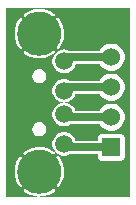
<source format=gbr>
G04 start of page 3 for group 1 idx 1 *
G04 Title: (unknown), solder *
G04 Creator: pcb 1.99z *
G04 CreationDate: Thu 21 Oct 2010 17:09:23 GMT UTC *
G04 For: richard *
G04 Format: Gerber/RS-274X *
G04 PCB-Dimensions: 41339 62992 *
G04 PCB-Coordinate-Origin: lower left *
%MOIN*%
%FSLAX25Y25*%
%LNBACK*%
%ADD11C,0.0200*%
%ADD12C,0.0250*%
%ADD13C,0.0600*%
%ADD14C,0.0591*%
%ADD15C,0.1457*%
%ADD16C,0.0380*%
%ADD17C,0.0362*%
%ADD18C,0.0984*%
%ADD19C,0.0433*%
G54D11*G36*
X17972Y31732D02*X18075Y31689D01*
X18676Y31544D01*
X19292Y31496D01*
X18676Y31448D01*
X18075Y31303D01*
X17972Y31260D01*
Y31732D01*
G37*
G36*
Y10637D02*X18120Y10104D01*
X18236Y9479D01*
X18297Y8847D01*
X18302Y8211D01*
X18252Y7578D01*
X18147Y6951D01*
X17988Y6336D01*
X17972Y6291D01*
Y10637D01*
G37*
G36*
Y56699D02*X18120Y56166D01*
X18236Y55541D01*
X18297Y54909D01*
X18302Y54273D01*
X18252Y53640D01*
X18147Y53013D01*
X17988Y52398D01*
X17972Y52353D01*
Y56699D01*
G37*
G36*
Y62992D02*X41339D01*
Y0D01*
X17972D01*
Y3995D01*
X18034Y4085D01*
X18389Y4712D01*
X18689Y5369D01*
X18929Y6048D01*
X19110Y6747D01*
X19229Y7458D01*
X19285Y8177D01*
X19279Y8898D01*
X19210Y9616D01*
X19079Y10325D01*
X18886Y11020D01*
X18633Y11696D01*
X18323Y12347D01*
X17972Y12943D01*
Y14015D01*
X18075Y13972D01*
X18676Y13827D01*
X19292Y13779D01*
X19908Y13827D01*
X20509Y13972D01*
X21079Y14208D01*
X21334Y14364D01*
X30555D01*
X30558Y13379D01*
X30613Y13150D01*
X30703Y12933D01*
X30826Y12732D01*
X30979Y12553D01*
X31158Y12400D01*
X31359Y12277D01*
X31576Y12187D01*
X31805Y12132D01*
X32040Y12114D01*
X38275Y12132D01*
X38504Y12187D01*
X38721Y12277D01*
X38922Y12400D01*
X39101Y12553D01*
X39254Y12732D01*
X39377Y12933D01*
X39467Y13150D01*
X39522Y13379D01*
X39540Y13614D01*
X39522Y19849D01*
X39467Y20078D01*
X39377Y20295D01*
X39254Y20496D01*
X39101Y20675D01*
X38922Y20828D01*
X38721Y20951D01*
X38504Y21041D01*
X38275Y21096D01*
X38040Y21114D01*
X31805Y21096D01*
X31576Y21041D01*
X31359Y20951D01*
X31158Y20828D01*
X30979Y20675D01*
X30826Y20496D01*
X30703Y20295D01*
X30613Y20078D01*
X30558Y19849D01*
X30540Y19614D01*
X30542Y18865D01*
X23052D01*
X23036Y18933D01*
X22800Y19503D01*
X22477Y20030D01*
X22076Y20500D01*
X21606Y20901D01*
X21079Y21224D01*
X20509Y21460D01*
X19908Y21605D01*
X19292Y21653D01*
X18676Y21605D01*
X18075Y21460D01*
X17972Y21417D01*
Y23858D01*
X18075Y23815D01*
X18676Y23670D01*
X19292Y23622D01*
X19908Y23670D01*
X20509Y23815D01*
X21079Y24051D01*
X21591Y24365D01*
X31156D01*
X31399Y23969D01*
X31858Y23432D01*
X32395Y22973D01*
X32997Y22604D01*
X33649Y22334D01*
X34336Y22169D01*
X35040Y22114D01*
X35744Y22169D01*
X36431Y22334D01*
X37083Y22604D01*
X37685Y22973D01*
X38222Y23432D01*
X38681Y23969D01*
X39050Y24571D01*
X39320Y25223D01*
X39485Y25910D01*
X39540Y26614D01*
X39485Y27318D01*
X39320Y28005D01*
X39050Y28657D01*
X38681Y29259D01*
X38222Y29796D01*
X37685Y30255D01*
X37083Y30624D01*
X36431Y30894D01*
X35744Y31059D01*
X35040Y31114D01*
X34336Y31059D01*
X33649Y30894D01*
X32997Y30624D01*
X32395Y30255D01*
X31858Y29796D01*
X31399Y29259D01*
X31157Y28864D01*
X23000D01*
X22800Y29346D01*
X22477Y29873D01*
X22076Y30343D01*
X21606Y30744D01*
X21079Y31067D01*
X20509Y31303D01*
X19908Y31448D01*
X19292Y31496D01*
X19908Y31544D01*
X20509Y31689D01*
X21079Y31925D01*
X21606Y32248D01*
X22076Y32649D01*
X22477Y33119D01*
X22800Y33646D01*
X23036Y34216D01*
X23072Y34364D01*
X31157D01*
X31399Y33969D01*
X31858Y33432D01*
X32395Y32973D01*
X32997Y32604D01*
X33649Y32334D01*
X34336Y32169D01*
X35040Y32114D01*
X35744Y32169D01*
X36431Y32334D01*
X37083Y32604D01*
X37685Y32973D01*
X38222Y33432D01*
X38681Y33969D01*
X39050Y34571D01*
X39320Y35223D01*
X39485Y35910D01*
X39540Y36614D01*
X39485Y37318D01*
X39320Y38005D01*
X39050Y38657D01*
X38681Y39259D01*
X38222Y39796D01*
X37685Y40255D01*
X37083Y40624D01*
X36431Y40894D01*
X35744Y41059D01*
X35040Y41114D01*
X34336Y41059D01*
X33649Y40894D01*
X32997Y40624D01*
X32395Y40255D01*
X31858Y39796D01*
X31399Y39259D01*
X31157Y38865D01*
X21203D01*
X21079Y38941D01*
X20509Y39177D01*
X19908Y39322D01*
X19292Y39370D01*
X18676Y39322D01*
X18075Y39177D01*
X17972Y39134D01*
Y41575D01*
X18075Y41532D01*
X18676Y41387D01*
X19292Y41339D01*
X19908Y41387D01*
X20509Y41532D01*
X21079Y41768D01*
X21606Y42091D01*
X22076Y42492D01*
X22477Y42962D01*
X22800Y43489D01*
X23036Y44059D01*
X23110Y44364D01*
X31157D01*
X31399Y43969D01*
X31858Y43432D01*
X32395Y42973D01*
X32997Y42604D01*
X33649Y42334D01*
X34336Y42169D01*
X35040Y42114D01*
X35744Y42169D01*
X36431Y42334D01*
X37083Y42604D01*
X37685Y42973D01*
X38222Y43432D01*
X38681Y43969D01*
X39050Y44571D01*
X39320Y45223D01*
X39485Y45910D01*
X39540Y46614D01*
X39485Y47318D01*
X39320Y48005D01*
X39050Y48657D01*
X38681Y49259D01*
X38222Y49796D01*
X37685Y50255D01*
X37083Y50624D01*
X36431Y50894D01*
X35744Y51059D01*
X35040Y51114D01*
X34336Y51059D01*
X33649Y50894D01*
X32997Y50624D01*
X32395Y50255D01*
X31858Y49796D01*
X31399Y49259D01*
X31157Y48865D01*
X20884D01*
X20509Y49020D01*
X19908Y49165D01*
X19292Y49213D01*
X18676Y49165D01*
X18075Y49020D01*
X17972Y48977D01*
Y50057D01*
X18034Y50147D01*
X18389Y50774D01*
X18689Y51431D01*
X18929Y52110D01*
X19110Y52809D01*
X19229Y53520D01*
X19285Y54239D01*
X19279Y54960D01*
X19210Y55678D01*
X19079Y56387D01*
X18886Y57082D01*
X18633Y57758D01*
X18323Y58409D01*
X17972Y59005D01*
Y62992D01*
G37*
G36*
X10971D02*X17972D01*
Y59005D01*
X17957Y59030D01*
X17538Y59617D01*
X17485Y59674D01*
X17424Y59722D01*
X17357Y59760D01*
X17285Y59787D01*
X17209Y59802D01*
X17132Y59805D01*
X17056Y59796D01*
X16981Y59776D01*
X16911Y59744D01*
X16847Y59701D01*
X16790Y59649D01*
X16742Y59588D01*
X16704Y59521D01*
X16677Y59449D01*
X16662Y59373D01*
X16659Y59296D01*
X16668Y59220D01*
X16688Y59145D01*
X16720Y59075D01*
X16763Y59011D01*
X17132Y58494D01*
X17454Y57947D01*
X17728Y57373D01*
X17950Y56778D01*
X17972Y56699D01*
Y52353D01*
X17776Y51799D01*
X17513Y51221D01*
X17200Y50668D01*
X16840Y50144D01*
X16799Y50079D01*
X16768Y50008D01*
X16748Y49933D01*
X16741Y49856D01*
X16746Y49779D01*
X16763Y49704D01*
X16791Y49632D01*
X16830Y49566D01*
X16879Y49506D01*
X16937Y49455D01*
X17002Y49414D01*
X17073Y49383D01*
X17148Y49363D01*
X17225Y49356D01*
X17302Y49361D01*
X17377Y49378D01*
X17449Y49406D01*
X17515Y49445D01*
X17575Y49494D01*
X17626Y49552D01*
X17972Y50057D01*
Y48977D01*
X17505Y48784D01*
X16978Y48461D01*
X16508Y48060D01*
X16107Y47590D01*
X15784Y47063D01*
X15548Y46493D01*
X15403Y45892D01*
X15355Y45276D01*
X15403Y44660D01*
X15548Y44059D01*
X15784Y43489D01*
X16107Y42962D01*
X16508Y42492D01*
X16978Y42091D01*
X17505Y41768D01*
X17972Y41575D01*
Y39134D01*
X17505Y38941D01*
X16978Y38618D01*
X16508Y38217D01*
X16107Y37747D01*
X15784Y37220D01*
X15548Y36650D01*
X15403Y36049D01*
X15355Y35433D01*
X15403Y34817D01*
X15548Y34216D01*
X15784Y33646D01*
X16107Y33119D01*
X16508Y32649D01*
X16978Y32248D01*
X17505Y31925D01*
X17972Y31732D01*
Y31260D01*
X17505Y31067D01*
X16978Y30744D01*
X16508Y30343D01*
X16107Y29873D01*
X15784Y29346D01*
X15548Y28776D01*
X15403Y28175D01*
X15355Y27559D01*
X15403Y26943D01*
X15548Y26342D01*
X15784Y25772D01*
X16107Y25245D01*
X16508Y24775D01*
X16978Y24374D01*
X17505Y24051D01*
X17972Y23858D01*
Y21417D01*
X17505Y21224D01*
X16978Y20901D01*
X16508Y20500D01*
X16107Y20030D01*
X15784Y19503D01*
X15548Y18933D01*
X15403Y18332D01*
X15355Y17716D01*
X15403Y17100D01*
X15548Y16499D01*
X15784Y15929D01*
X16107Y15402D01*
X16508Y14932D01*
X16978Y14531D01*
X17505Y14208D01*
X17972Y14015D01*
Y12943D01*
X17957Y12968D01*
X17538Y13555D01*
X17485Y13612D01*
X17424Y13660D01*
X17357Y13698D01*
X17285Y13725D01*
X17209Y13740D01*
X17132Y13743D01*
X17056Y13734D01*
X16981Y13714D01*
X16911Y13682D01*
X16847Y13639D01*
X16790Y13587D01*
X16742Y13526D01*
X16704Y13459D01*
X16677Y13387D01*
X16662Y13311D01*
X16659Y13234D01*
X16668Y13158D01*
X16688Y13083D01*
X16720Y13013D01*
X16763Y12949D01*
X17132Y12432D01*
X17454Y11885D01*
X17728Y11311D01*
X17950Y10716D01*
X17972Y10637D01*
Y6291D01*
X17776Y5737D01*
X17513Y5159D01*
X17200Y4606D01*
X16840Y4082D01*
X16799Y4017D01*
X16768Y3946D01*
X16748Y3871D01*
X16741Y3794D01*
X16746Y3717D01*
X16763Y3642D01*
X16791Y3570D01*
X16830Y3504D01*
X16879Y3444D01*
X16937Y3393D01*
X17002Y3352D01*
X17073Y3321D01*
X17148Y3301D01*
X17225Y3294D01*
X17302Y3299D01*
X17377Y3316D01*
X17449Y3344D01*
X17515Y3383D01*
X17575Y3432D01*
X17626Y3490D01*
X17972Y3995D01*
Y0D01*
X10971D01*
Y206D01*
X11456Y210D01*
X12174Y279D01*
X12883Y410D01*
X13578Y603D01*
X14254Y856D01*
X14905Y1166D01*
X15526Y1532D01*
X16113Y1951D01*
X16170Y2004D01*
X16218Y2065D01*
X16256Y2132D01*
X16283Y2204D01*
X16298Y2280D01*
X16301Y2357D01*
X16292Y2433D01*
X16272Y2508D01*
X16240Y2578D01*
X16197Y2642D01*
X16145Y2699D01*
X16084Y2747D01*
X16017Y2785D01*
X15945Y2812D01*
X15869Y2827D01*
X15792Y2830D01*
X15716Y2821D01*
X15641Y2801D01*
X15571Y2769D01*
X15507Y2726D01*
X14990Y2357D01*
X14443Y2035D01*
X13869Y1761D01*
X13274Y1539D01*
X12662Y1369D01*
X12037Y1253D01*
X11405Y1192D01*
X10971Y1189D01*
Y15742D01*
X11278Y15744D01*
X11911Y15694D01*
X12538Y15589D01*
X13153Y15430D01*
X13752Y15218D01*
X14330Y14955D01*
X14883Y14642D01*
X15407Y14282D01*
X15472Y14241D01*
X15543Y14210D01*
X15618Y14190D01*
X15695Y14183D01*
X15772Y14188D01*
X15847Y14205D01*
X15919Y14233D01*
X15985Y14272D01*
X16045Y14321D01*
X16096Y14379D01*
X16137Y14444D01*
X16168Y14515D01*
X16188Y14590D01*
X16195Y14667D01*
X16190Y14744D01*
X16173Y14819D01*
X16145Y14891D01*
X16106Y14957D01*
X16057Y15017D01*
X15999Y15068D01*
X15404Y15476D01*
X14777Y15831D01*
X14120Y16131D01*
X13441Y16371D01*
X12742Y16552D01*
X12031Y16671D01*
X11312Y16727D01*
X10971Y16724D01*
Y20279D01*
X11024Y20275D01*
X11394Y20304D01*
X11754Y20391D01*
X12097Y20533D01*
X12413Y20726D01*
X12695Y20967D01*
X12936Y21249D01*
X13129Y21565D01*
X13271Y21908D01*
X13358Y22268D01*
X13387Y22638D01*
X13358Y23008D01*
X13271Y23368D01*
X13129Y23711D01*
X12936Y24027D01*
X12695Y24309D01*
X12413Y24550D01*
X12097Y24743D01*
X11754Y24885D01*
X11394Y24972D01*
X11024Y25001D01*
X10971Y24997D01*
Y37995D01*
X11024Y37991D01*
X11394Y38020D01*
X11754Y38107D01*
X12097Y38249D01*
X12413Y38442D01*
X12695Y38683D01*
X12936Y38965D01*
X13129Y39281D01*
X13271Y39624D01*
X13358Y39984D01*
X13387Y40354D01*
X13358Y40724D01*
X13271Y41084D01*
X13129Y41427D01*
X12936Y41743D01*
X12695Y42025D01*
X12413Y42266D01*
X12097Y42459D01*
X11754Y42601D01*
X11394Y42688D01*
X11024Y42717D01*
X10971Y42713D01*
Y46268D01*
X11456Y46272D01*
X12174Y46341D01*
X12883Y46472D01*
X13578Y46665D01*
X14254Y46918D01*
X14905Y47228D01*
X15526Y47594D01*
X16113Y48013D01*
X16170Y48066D01*
X16218Y48127D01*
X16256Y48194D01*
X16283Y48266D01*
X16298Y48342D01*
X16301Y48419D01*
X16292Y48495D01*
X16272Y48570D01*
X16240Y48640D01*
X16197Y48704D01*
X16145Y48761D01*
X16084Y48809D01*
X16017Y48847D01*
X15945Y48874D01*
X15869Y48889D01*
X15792Y48892D01*
X15716Y48883D01*
X15641Y48863D01*
X15571Y48831D01*
X15507Y48788D01*
X14990Y48419D01*
X14443Y48097D01*
X13869Y47823D01*
X13274Y47601D01*
X12662Y47431D01*
X12037Y47315D01*
X11405Y47254D01*
X10971Y47251D01*
Y61804D01*
X11278Y61806D01*
X11911Y61756D01*
X12538Y61651D01*
X13153Y61492D01*
X13752Y61280D01*
X14330Y61017D01*
X14883Y60704D01*
X15407Y60344D01*
X15472Y60303D01*
X15543Y60272D01*
X15618Y60252D01*
X15695Y60245D01*
X15772Y60250D01*
X15847Y60267D01*
X15919Y60295D01*
X15985Y60334D01*
X16045Y60383D01*
X16096Y60441D01*
X16137Y60506D01*
X16168Y60577D01*
X16188Y60652D01*
X16195Y60729D01*
X16190Y60806D01*
X16173Y60881D01*
X16145Y60953D01*
X16106Y61019D01*
X16057Y61079D01*
X15999Y61130D01*
X15404Y61538D01*
X14777Y61893D01*
X14120Y62193D01*
X13441Y62433D01*
X12742Y62614D01*
X12031Y62733D01*
X11312Y62789D01*
X10971Y62786D01*
Y62992D01*
G37*
G36*
X4075D02*X10971D01*
Y62786D01*
X10591Y62783D01*
X9873Y62714D01*
X9164Y62583D01*
X8469Y62390D01*
X7793Y62137D01*
X7142Y61827D01*
X6521Y61461D01*
X5934Y61042D01*
X5877Y60989D01*
X5829Y60928D01*
X5791Y60861D01*
X5764Y60789D01*
X5749Y60713D01*
X5746Y60636D01*
X5755Y60560D01*
X5775Y60485D01*
X5807Y60415D01*
X5850Y60351D01*
X5902Y60294D01*
X5963Y60246D01*
X6030Y60208D01*
X6102Y60181D01*
X6178Y60166D01*
X6255Y60163D01*
X6331Y60172D01*
X6406Y60192D01*
X6476Y60224D01*
X6540Y60267D01*
X7057Y60636D01*
X7604Y60958D01*
X8178Y61232D01*
X8773Y61454D01*
X9385Y61624D01*
X10010Y61740D01*
X10642Y61801D01*
X10971Y61804D01*
Y47251D01*
X10769Y47249D01*
X10136Y47299D01*
X9509Y47404D01*
X8894Y47563D01*
X8295Y47775D01*
X7717Y48038D01*
X7164Y48351D01*
X6640Y48711D01*
X6575Y48752D01*
X6504Y48783D01*
X6429Y48803D01*
X6352Y48810D01*
X6275Y48805D01*
X6200Y48788D01*
X6128Y48760D01*
X6062Y48721D01*
X6002Y48672D01*
X5951Y48614D01*
X5910Y48549D01*
X5879Y48478D01*
X5859Y48403D01*
X5852Y48326D01*
X5857Y48249D01*
X5874Y48174D01*
X5902Y48102D01*
X5941Y48036D01*
X5990Y47976D01*
X6048Y47925D01*
X6643Y47517D01*
X7270Y47162D01*
X7927Y46862D01*
X8606Y46622D01*
X9305Y46441D01*
X10016Y46322D01*
X10735Y46266D01*
X10971Y46268D01*
Y42713D01*
X10654Y42688D01*
X10294Y42601D01*
X9951Y42459D01*
X9635Y42266D01*
X9353Y42025D01*
X9112Y41743D01*
X8919Y41427D01*
X8777Y41084D01*
X8690Y40724D01*
X8661Y40354D01*
X8690Y39984D01*
X8777Y39624D01*
X8919Y39281D01*
X9112Y38965D01*
X9353Y38683D01*
X9635Y38442D01*
X9951Y38249D01*
X10294Y38107D01*
X10654Y38020D01*
X10971Y37995D01*
Y24997D01*
X10654Y24972D01*
X10294Y24885D01*
X9951Y24743D01*
X9635Y24550D01*
X9353Y24309D01*
X9112Y24027D01*
X8919Y23711D01*
X8777Y23368D01*
X8690Y23008D01*
X8661Y22638D01*
X8690Y22268D01*
X8777Y21908D01*
X8919Y21565D01*
X9112Y21249D01*
X9353Y20967D01*
X9635Y20726D01*
X9951Y20533D01*
X10294Y20391D01*
X10654Y20304D01*
X10971Y20279D01*
Y16724D01*
X10591Y16721D01*
X9873Y16652D01*
X9164Y16521D01*
X8469Y16328D01*
X7793Y16075D01*
X7142Y15765D01*
X6521Y15399D01*
X5934Y14980D01*
X5877Y14927D01*
X5829Y14866D01*
X5791Y14799D01*
X5764Y14727D01*
X5749Y14651D01*
X5746Y14574D01*
X5755Y14498D01*
X5775Y14423D01*
X5807Y14353D01*
X5850Y14289D01*
X5902Y14232D01*
X5963Y14184D01*
X6030Y14146D01*
X6102Y14119D01*
X6178Y14104D01*
X6255Y14101D01*
X6331Y14110D01*
X6406Y14130D01*
X6476Y14162D01*
X6540Y14205D01*
X7057Y14574D01*
X7604Y14896D01*
X8178Y15170D01*
X8773Y15392D01*
X9385Y15562D01*
X10010Y15678D01*
X10642Y15739D01*
X10971Y15742D01*
Y1189D01*
X10769Y1187D01*
X10136Y1237D01*
X9509Y1342D01*
X8894Y1501D01*
X8295Y1713D01*
X7717Y1976D01*
X7164Y2289D01*
X6640Y2649D01*
X6575Y2690D01*
X6504Y2721D01*
X6429Y2741D01*
X6352Y2748D01*
X6275Y2743D01*
X6200Y2726D01*
X6128Y2698D01*
X6062Y2659D01*
X6002Y2610D01*
X5951Y2552D01*
X5910Y2487D01*
X5879Y2416D01*
X5859Y2341D01*
X5852Y2264D01*
X5857Y2187D01*
X5874Y2112D01*
X5902Y2040D01*
X5941Y1974D01*
X5990Y1914D01*
X6048Y1863D01*
X6643Y1455D01*
X7270Y1100D01*
X7927Y800D01*
X8606Y560D01*
X9305Y379D01*
X10016Y260D01*
X10735Y204D01*
X10971Y206D01*
Y0D01*
X4075D01*
Y3988D01*
X4090Y3963D01*
X4509Y3376D01*
X4562Y3319D01*
X4623Y3271D01*
X4690Y3233D01*
X4762Y3206D01*
X4838Y3191D01*
X4915Y3188D01*
X4991Y3197D01*
X5066Y3217D01*
X5136Y3249D01*
X5200Y3292D01*
X5257Y3344D01*
X5305Y3405D01*
X5343Y3472D01*
X5370Y3544D01*
X5385Y3620D01*
X5388Y3697D01*
X5379Y3773D01*
X5359Y3848D01*
X5327Y3918D01*
X5284Y3982D01*
X4915Y4499D01*
X4593Y5046D01*
X4319Y5620D01*
X4097Y6215D01*
X4075Y6294D01*
Y10640D01*
X4271Y11194D01*
X4534Y11772D01*
X4847Y12325D01*
X5207Y12849D01*
X5248Y12914D01*
X5279Y12985D01*
X5299Y13060D01*
X5306Y13137D01*
X5301Y13214D01*
X5284Y13289D01*
X5256Y13361D01*
X5217Y13427D01*
X5168Y13487D01*
X5110Y13538D01*
X5045Y13579D01*
X4974Y13610D01*
X4899Y13630D01*
X4822Y13637D01*
X4745Y13632D01*
X4670Y13615D01*
X4598Y13587D01*
X4532Y13548D01*
X4472Y13499D01*
X4421Y13441D01*
X4075Y12936D01*
Y50050D01*
X4090Y50025D01*
X4509Y49438D01*
X4562Y49381D01*
X4623Y49333D01*
X4690Y49295D01*
X4762Y49268D01*
X4838Y49253D01*
X4915Y49250D01*
X4991Y49259D01*
X5066Y49279D01*
X5136Y49311D01*
X5200Y49354D01*
X5257Y49406D01*
X5305Y49467D01*
X5343Y49534D01*
X5370Y49606D01*
X5385Y49682D01*
X5388Y49759D01*
X5379Y49835D01*
X5359Y49910D01*
X5327Y49980D01*
X5284Y50044D01*
X4915Y50561D01*
X4593Y51108D01*
X4319Y51682D01*
X4097Y52277D01*
X4075Y52356D01*
Y56702D01*
X4271Y57256D01*
X4534Y57834D01*
X4847Y58387D01*
X5207Y58911D01*
X5248Y58976D01*
X5279Y59047D01*
X5299Y59122D01*
X5306Y59199D01*
X5301Y59276D01*
X5284Y59351D01*
X5256Y59423D01*
X5217Y59489D01*
X5168Y59549D01*
X5110Y59600D01*
X5045Y59641D01*
X4974Y59672D01*
X4899Y59692D01*
X4822Y59699D01*
X4745Y59694D01*
X4670Y59677D01*
X4598Y59649D01*
X4532Y59610D01*
X4472Y59561D01*
X4421Y59503D01*
X4075Y58998D01*
Y62992D01*
G37*
G36*
Y6294D02*X3927Y6827D01*
X3811Y7452D01*
X3750Y8084D01*
X3745Y8720D01*
X3795Y9353D01*
X3900Y9980D01*
X4059Y10595D01*
X4075Y10640D01*
Y6294D01*
G37*
G36*
Y52356D02*X3927Y52889D01*
X3811Y53514D01*
X3750Y54146D01*
X3745Y54782D01*
X3795Y55415D01*
X3900Y56042D01*
X4059Y56657D01*
X4075Y56702D01*
Y52356D01*
G37*
G36*
X0Y0D02*Y62992D01*
X4075D01*
Y58998D01*
X4013Y58908D01*
X3658Y58281D01*
X3358Y57624D01*
X3118Y56945D01*
X2937Y56246D01*
X2818Y55535D01*
X2762Y54816D01*
X2768Y54095D01*
X2837Y53377D01*
X2968Y52668D01*
X3161Y51973D01*
X3414Y51297D01*
X3724Y50646D01*
X4075Y50050D01*
Y12936D01*
X4013Y12846D01*
X3658Y12219D01*
X3358Y11562D01*
X3118Y10883D01*
X2937Y10184D01*
X2818Y9473D01*
X2762Y8754D01*
X2768Y8033D01*
X2837Y7315D01*
X2968Y6606D01*
X3161Y5911D01*
X3414Y5235D01*
X3724Y4584D01*
X4075Y3988D01*
Y0D01*
X0D01*
G37*
G54D12*X19292Y27559D02*X20237Y26614D01*
X35040D01*
X19292Y17716D02*X20394Y16614D01*
X35040D01*
X19292Y45276D02*X20630Y46614D01*
X35040D01*
X19292Y35433D02*X20473Y36614D01*
X35040D01*
G54D13*D03*
Y46614D03*
G54D14*X19292Y45276D03*
Y35433D03*
Y27559D03*
G54D11*G36*
X32040Y19614D02*Y13614D01*
X38040D01*
Y19614D01*
X32040D01*
G37*
G54D13*X35040Y26614D03*
G54D14*X19292Y17716D03*
G54D15*X11024Y8465D03*
Y54527D03*
G54D16*G54D17*G54D16*G54D17*G54D18*G54D19*G54D18*M02*

</source>
